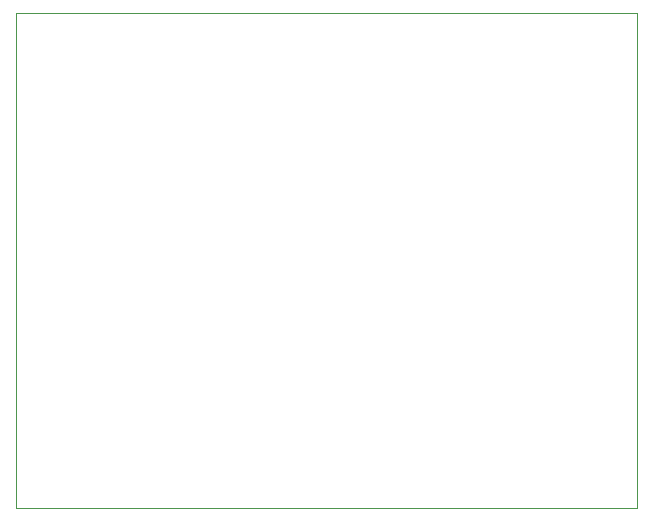
<source format=gbr>
%TF.GenerationSoftware,KiCad,Pcbnew,(5.1.8)-1*%
%TF.CreationDate,2021-01-15T16:44:11+01:00*%
%TF.ProjectId,Microwave_LO_Generator,4d696372-6f77-4617-9665-5f4c4f5f4765,rev?*%
%TF.SameCoordinates,Original*%
%TF.FileFunction,Profile,NP*%
%FSLAX46Y46*%
G04 Gerber Fmt 4.6, Leading zero omitted, Abs format (unit mm)*
G04 Created by KiCad (PCBNEW (5.1.8)-1) date 2021-01-15 16:44:11*
%MOMM*%
%LPD*%
G01*
G04 APERTURE LIST*
%TA.AperFunction,Profile*%
%ADD10C,0.100000*%
%TD*%
G04 APERTURE END LIST*
D10*
X141962200Y-121869600D02*
X89435000Y-121895000D01*
X89435000Y-121895000D02*
X89435000Y-79985000D01*
X89435000Y-79985000D02*
X141962200Y-79985000D01*
X141962200Y-79985000D02*
X141962200Y-121869600D01*
M02*

</source>
